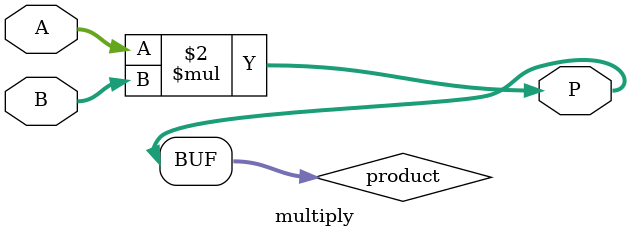
<source format=v>
`timescale 1ns / 1ps


module multiply(
    input [8:0] A,
    input [8:0] B,
    output [16:0] P
);

reg [16:0] product; 

always @* begin
    product = A * B;
end

assign P = product; 

endmodule

</source>
